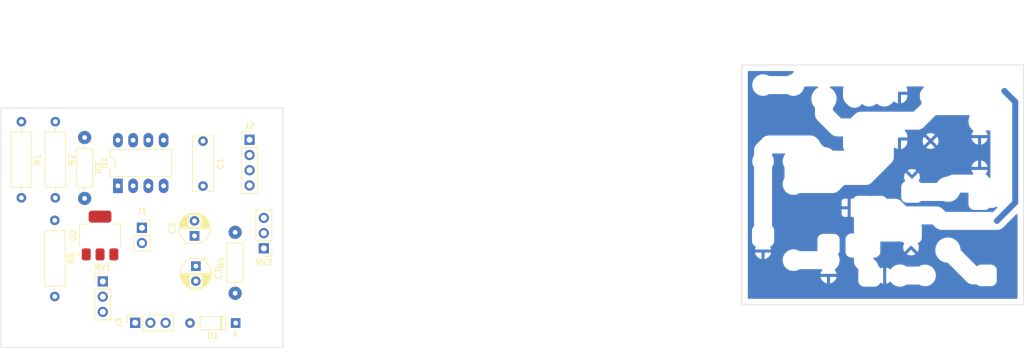
<source format=kicad_pcb>
(kicad_pcb (version 20240108) (generator "pcbnew") (generator_version "8.0")
  (layers (0 "F.Cu" signal) (31 "B.Cu" signal) (34 "B.Paste" user) (35 "F.Paste" user) (36 "B.SilkS" user "B.Silkscreen") (37 "F.SilkS" user "F.Silkscreen") (38 "B.Mask" user) (39 "F.Mask" user) (44 "Edge.Cuts" user))
  (net 0 "")
  (net 1 "Net-(C1-Pad1)")
  (net 2 "Net-(U2-VO)")
  (net 3 "Net-(C3-Pad1)")
  (net 4 "Net-(D1-A)")
  (net 5 "Net-(D1-K)")
  (net 6 "Net-(U1A--)")
  (net 7 "Net-(U1C-V+)")
  (net 8 "Net-(J2-Pad3)")
  (net 9 "Net-(U1A-+)")
  (net 10 "GND")
  (net 11 "Net-(R5-Pad2)")
  (net 12 "Net-(U1B--)")
  (footprint "Connector_PinHeader_2.54mm:PinHeader_1x03_P2.54mm_Vertical" (layer "F.Cu") (at 121.19 75.81)
    (property "Reference" "RV1" (at 0 -2.33 0) (layer "F.SilkS"))
    (property "Value" "100R")
    (fp_line (start -1.33 -1.33) (end 0 -1.33) (stroke (width 0.12)) (layer "F.SilkS"))
    (fp_line (start -1.33 0) (end -1.33 -1.33) (stroke (width 0.12)) (layer "F.SilkS"))
    (fp_line (start -1.33 1.27) (end -1.33 6.41) (stroke (width 0.12)) (layer "F.SilkS"))
    (fp_line (start -1.33 1.27) (end 1.33 1.27) (stroke (width 0.12)) (layer "F.SilkS"))
    (fp_line (start -1.33 6.41) (end 1.33 6.41) (stroke (width 0.12)) (layer "F.SilkS"))
    (fp_line (start 1.33 1.27) (end 1.33 6.41) (stroke (width 0.12)) (layer "F.SilkS"))
    (pad "1" thru_hole rect (at 0 0) (size 1.7 1.7) (drill 1) (layers "*.Cu" "*.Mask") (net 11 "Net-(R5-Pad2)"))
    (pad "2" thru_hole oval (at 0 2.54) (size 1.7 1.7) (drill 1) (layers "*.Cu" "*.Mask") (net 11 "Net-(R5-Pad2)"))
    (pad "3" thru_hole oval (at 0 5.08) (size 1.7 1.7) (drill 1) (layers "*.Cu" "*.Mask") (net 10 "GND"))
  )
  (footprint "Connector_PinSocket_2.54mm:PinSocket_1x02_P2.54mm_Vertical" (layer "F.Cu") (at 127.72 66.86)
    (property "Reference" "J1" (at 0 -2.77 0) (layer "F.SilkS"))
    (property "Value" "PT100 Class A")
    (fp_line (start -1.33 1.27) (end -1.33 3.87) (stroke (width 0.12)) (layer "F.SilkS"))
    (fp_line (start -1.33 1.27) (end 1.33 1.27) (stroke (width 0.12)) (layer "F.SilkS"))
    (fp_line (start -1.33 3.87) (end 1.33 3.87) (stroke (width 0.12)) (layer "F.SilkS"))
    (fp_line (start 0 -1.33) (end 1.33 -1.33) (stroke (width 0.12)) (layer "F.SilkS"))
    (fp_line (start 1.33 -1.33) (end 1.33 0) (stroke (width 0.12)) (layer "F.SilkS"))
    (fp_line (start 1.33 1.27) (end 1.33 3.87) (stroke (width 0.12)) (layer "F.SilkS"))
    (pad "1" thru_hole rect (at 0 0) (size 1.7 1.7) (drill 1) (layers "*.Cu" "*.Mask") (net 6 "Net-(U1A--)"))
    (pad "2" thru_hole oval (at 0 2.54) (size 1.7 1.7) (drill 1) (layers "*.Cu" "*.Mask") (net 10 "GND"))
  )
  (footprint "Diode_THT:D_DO-35_SOD27_P7.62mm_Horizontal" (layer "F.Cu") (at 143.36 82.75 180)
    (property "Reference" "D1" (at 3.81 -2.12 180) (layer "F.SilkS"))
    (property "Value" "1N60")
    (fp_line (start 6.58 0) (end 5.93 0) (stroke (width 0.12)) (layer "F.SilkS"))
    (fp_line (start 5.93 1.12) (end 5.93 -1.12) (stroke (width 0.12)) (layer "F.SilkS"))
    (fp_line (start 5.93 -1.12) (end 1.69 -1.12) (stroke (width 0.12)) (layer "F.SilkS"))
    (fp_line (start 2.53 -1.12) (end 2.53 1.12) (stroke (width 0.12)) (layer "F.SilkS"))
    (fp_line (start 2.41 -1.12) (end 2.41 1.12) (stroke (width 0.12)) (layer "F.SilkS"))
    (fp_line (start 2.29 -1.12) (end 2.29 1.12) (stroke (width 0.12)) (layer "F.SilkS"))
    (fp_line (start 1.69 1.12) (end 5.93 1.12) (stroke (width 0.12)) (layer "F.SilkS"))
    (fp_line (start 1.69 -1.12) (end 1.69 1.12) (stroke (width 0.12)) (layer "F.SilkS"))
    (fp_line (start 1.04 0) (end 1.69 0) (stroke (width 0.12)) (layer "F.SilkS"))
    (fp_text user "K" (at 0 -1.8 180) (layer "F.SilkS"))
    (pad "1" thru_hole rect (at 0 0 180) (size 1.6 1.6) (drill 0.8) (layers "*.Cu" "*.Mask") (net 5 "Net-(D1-K)"))
    (pad "2" thru_hole oval (at 7.62 0 180) (size 1.6 1.6) (drill 0.8) (layers "*.Cu" "*.Mask") (net 4 "Net-(D1-A)"))
  )
  (footprint "Capacitor_THT:C_Rect_L9.0mm_W3.3mm_P7.50mm_MKT" (layer "F.Cu") (at 137.91 52.4 -90)
    (property "Reference" "C1" (at 3.75 -2.9 90) (layer "F.SilkS"))
    (property "Value" "220nF")
    (fp_line (start -0.87 1.77) (end 8.37 1.77) (stroke (width 0.12)) (layer "F.SilkS"))
    (fp_line (start -0.87 0.665) (end -0.87 1.77) (stroke (width 0.12)) (layer "F.SilkS"))
    (fp_line (start 8.37 0.665) (end 8.37 1.77) (stroke (width 0.12)) (layer "F.SilkS"))
    (fp_line (start -0.87 -1.77) (end -0.87 -0.665) (stroke (width 0.12)) (layer "F.SilkS"))
    (fp_line (start -0.87 -1.77) (end 8.37 -1.77) (stroke (width 0.12)) (layer "F.SilkS"))
    (fp_line (start 8.37 -1.77) (end 8.37 -0.665) (stroke (width 0.12)) (layer "F.SilkS"))
    (pad "1" thru_hole circle (at 0 0 270) (size 1.6 1.6) (drill 0.8) (layers "*.Cu" "*.Mask") (net 1 "Net-(C1-Pad1)"))
    (pad "2" thru_hole circle (at 7.5 0 270) (size 1.6 1.6) (drill 0.8) (layers "*.Cu" "*.Mask") (net 10 "GND"))
  )
  (footprint "Project_Fania_Ersa:R_Axial_DIN0207_L6.3mm_D2.5mm_P10.16mm_HorBigPad" (layer "F.Cu") (at 143.27 77.78 90)
    (property "Reference" "R4" (at 5.08 -2.37 270) (layer "F.SilkS"))
    (property "Value" "4K7 1/4W 1%")
    (fp_line (start 8.35 -1.37) (end 1.81 -1.37) (stroke (width 0.12)) (layer "F.SilkS"))
    (fp_line (start 1.81 -1.37) (end 1.81 1.37) (stroke (width 0.12)) (layer "F.SilkS"))
    (fp_line (start 9.12 0) (end 8.35 0) (stroke (width 0.12)) (layer "F.SilkS"))
    (fp_line (start 1.04 0) (end 1.81 0) (stroke (width 0.12)) (layer "F.SilkS"))
    (fp_line (start 8.35 1.37) (end 8.35 -1.37) (stroke (width 0.12)) (layer "F.SilkS"))
    (fp_line (start 1.81 1.37) (end 8.35 1.37) (stroke (width 0.12)) (layer "F.SilkS"))
    (pad "1" thru_hole circle (at 0 0 90) (size 2.2 2.2) (drill 0.8) (layers "*.Cu" "*.Mask") (net 5 "Net-(D1-K)"))
    (pad "2" thru_hole oval (at 10.16 0 90) (size 2.2 2.2) (drill 0.8) (layers "*.Cu" "*.Mask") (net 3 "Net-(C3-Pad1)"))
  )
  (footprint "Resistor_THT:R_Axial_DIN0309_L9.0mm_D3.2mm_P12.70mm_Horizontal" (layer "F.Cu") (at 107.61 49.16 -90)
    (property "Reference" "R1" (at 6.35 -2.72 90) (layer "F.SilkS"))
    (property "Value" "120R 1W 1%")
    (fp_line (start 1.73 1.72) (end 10.97 1.72) (stroke (width 0.12)) (layer "F.SilkS"))
    (fp_line (start 10.97 1.72) (end 10.97 -1.72) (stroke (width 0.12)) (layer "F.SilkS"))
    (fp_line (start 1.04 0) (end 1.73 0) (stroke (width 0.12)) (layer "F.SilkS"))
    (fp_line (start 11.66 0) (end 10.97 0) (stroke (width 0.12)) (layer "F.SilkS"))
    (fp_line (start 1.73 -1.72) (end 1.73 1.72) (stroke (width 0.12)) (layer "F.SilkS"))
    (fp_line (start 10.97 -1.72) (end 1.73 -1.72) (stroke (width 0.12)) (layer "F.SilkS"))
    (pad "1" thru_hole circle (at 0 0 270) (size 1.6 1.6) (drill 0.8) (layers "*.Cu" "*.Mask") (net 7 "Net-(U1C-V+)"))
    (pad "2" thru_hole oval (at 12.7 0 270) (size 1.6 1.6) (drill 0.8) (layers "*.Cu" "*.Mask") (net 6 "Net-(U1A--)"))
  )
  (footprint "Capacitor_THT:CP_Radial_D5.0mm_P2.50mm" (layer "F.Cu") (at 136.71 73.26 -90)
    (property "Reference" "C2" (at 1.25 -3.75 90) (layer "F.SilkS"))
    (property "Value" "100uF 16 V")
    (fp_line (start 1.49 1.04) (end 1.49 2.569) (stroke (width 0.12)) (layer "F.SilkS"))
    (fp_line (start 1.53 1.04) (end 1.53 2.565) (stroke (width 0.12)) (layer "F.SilkS"))
    (fp_line (start 1.57 1.04) (end 1.57 2.561) (stroke (width 0.12)) (layer "F.SilkS"))
    (fp_line (start 1.61 1.04) (end 1.61 2.556) (stroke (width 0.12)) (layer "F.SilkS"))
    (fp_line (start 1.65 1.04) (end 1.65 2.55) (stroke (width 0.12)) (layer "F.SilkS"))
    (fp_line (start 1.69 1.04) (end 1.69 2.543) (stroke (width 0.12)) (layer "F.SilkS"))
    (fp_line (start 1.73 1.04) (end 1.73 2.536) (stroke (width 0.12)) (layer "F.SilkS"))
    (fp_line (start 1.77 1.04) (end 1.77 2.528) (stroke (width 0.12)) (layer "F.SilkS"))
    (fp_line (start 1.81 1.04) (end 1.81 2.52) (stroke (width 0.12)) (layer "F.SilkS"))
    (fp_line (start 1.85 1.04) (end 1.85 2.511) (stroke (width 0.12)) (layer "F.SilkS"))
    (fp_line (start 1.89 1.04) (end 1.89 2.501) (stroke (width 0.12)) (layer "F.SilkS"))
    (fp_line (start 1.93 1.04) (end 1.93 2.491) (stroke (width 0.12)) (layer "F.SilkS"))
    (fp_line (start 1.971 1.04) (end 1.971 2.48) (stroke (width 0.12)) (layer "F.SilkS"))
    (fp_line (start 2.011 1.04) (end 2.011 2.468) (stroke (width 0.12)) (layer "F.SilkS"))
    (fp_line (start 2.051 1.04) (end 2.051 2.455) (stroke (width 0.12)) (layer "F.SilkS"))
    (fp_line (start 2.091 1.04) (end 2.091 2.442) (stroke (width 0.12)) (layer "F.SilkS"))
    (fp_line (start 2.131 1.04) (end 2.131 2.428) (stroke (width 0.12)) (layer "F.SilkS"))
    (fp_line (start 2.171 1.04) (end 2.171 2.414) (stroke (width 0.12)) (layer "F.SilkS"))
    (fp_line (start 2.211 1.04) (end 2.211 2.398) (stroke (width 0.12)) (layer "F.SilkS"))
    (fp_line (start 2.251 1.04) (end 2.251 2.382) (stroke (width 0.12)) (layer "F.SilkS"))
    (fp_line (start 2.291 1.04) (end 2.291 2.365) (stroke (width 0.12)) (layer "F.SilkS"))
    (fp_line (start 2.331 1.04) (end 2.331 2.348) (stroke (width 0.12)) (layer "F.SilkS"))
    (fp_line (start 2.371 1.04) (end 2.371 2.329) (stroke (width 0.12)) (layer "F.SilkS"))
    (fp_line (start 2.411 1.04) (end 2.411 2.31) (stroke (width 0.12)) (layer "F.SilkS"))
    (fp_line (start 2.451 1.04) (end 2.451 2.29) (stroke (width 0.12)) (layer "F.SilkS"))
    (fp_line (start 2.491 1.04) (end 2.491 2.268) (stroke (width 0.12)) (layer "F.SilkS"))
    (fp_line (start 2.531 1.04) (end 2.531 2.247) (stroke (width 0.12)) (layer "F.SilkS"))
    (fp_line (start 2.571 1.04) (end 2.571 2.224) (stroke (width 0.12)) (layer "F.SilkS"))
    (fp_line (start 2.611 1.04) (end 2.611 2.2) (stroke (width 0.12)) (layer "F.SilkS"))
    (fp_line (start 2.651 1.04) (end 2.651 2.175) (stroke (width 0.12)) (layer "F.SilkS"))
    (fp_line (start 2.691 1.04) (end 2.691 2.149) (stroke (width 0.12)) (layer "F.SilkS"))
    (fp_line (start 2.731 1.04) (end 2.731 2.122) (stroke (width 0.12)) (layer "F.SilkS"))
    (fp_line (start 2.771 1.04) (end 2.771 2.095) (stroke (width 0.12)) (layer "F.SilkS"))
    (fp_line (start 2.811 1.04) (end 2.811 2.065) (stroke (width 0.12)) (layer "F.SilkS"))
    (fp_line (start 2.851 1.04) (end 2.851 2.035) (stroke (width 0.12)) (layer "F.SilkS"))
    (fp_line (start 2.891 1.04) (end 2.891 2.004) (stroke (width 0.12)) (layer "F.SilkS"))
    (fp_line (start 2.931 1.04) (end 2.931 1.971) (stroke (width 0.12)) (layer "F.SilkS"))
    (fp_line (start 2.971 1.04) (end 2.971 1.937) (stroke (width 0.12)) (layer "F.SilkS"))
    (fp_line (start 3.011 1.04) (end 3.011 1.901) (stroke (width 0.12)) (layer "F.SilkS"))
    (fp_line (start 3.051 1.04) (end 3.051 1.864) (stroke (width 0.12)) (layer "F.SilkS"))
    (fp_line (start 3.091 1.04) (end 3.091 1.826) (stroke (width 0.12)) (layer "F.SilkS"))
    (fp_line (start 3.131 1.04) (end 3.131 1.785) (stroke (width 0.12)) (layer "F.SilkS"))
    (fp_line (start 3.171 1.04) (end 3.171 1.743) (stroke (width 0.12)) (layer "F.SilkS"))
    (fp_line (start 3.211 1.04) (end 3.211 1.699) (stroke (width 0.12)) (layer "F.SilkS"))
    (fp_line (start 3.251 1.04) (end 3.251 1.653) (stroke (width 0.12)) (layer "F.SilkS"))
    (fp_line (start 3.291 1.04) (end 3.291 1.605) (stroke (width 0.12)) (layer "F.SilkS"))
    (fp_line (start 3.331 1.04) (end 3.331 1.554) (stroke (width 0.12)) (layer "F.SilkS"))
    (fp_line (start 3.371 1.04) (end 3.371 1.5) (stroke (width 0.12)) (layer "F.SilkS"))
    (fp_line (start 3.411 1.04) (end 3.411 1.443) (stroke (width 0.12)) (layer "F.SilkS"))
    (fp_line (start 3.451 1.04) (end 3.451 1.383) (stroke (width 0.12)) (layer "F.SilkS"))
    (fp_line (start 3.491 1.04) (end 3.491 1.319) (stroke (width 0.12)) (layer "F.SilkS"))
    (fp_line (start 3.531 1.04) (end 3.531 1.251) (stroke (width 0.12)) (layer "F.SilkS"))
    (fp_line (start 3.851 -0.284) (end 3.851 0.284) (stroke (width 0.12)) (layer "F.SilkS"))
    (fp_line (start 3.811 -0.518) (end 3.811 0.518) (stroke (width 0.12)) (layer "F.SilkS"))
    (fp_line (start 3.771 -0.677) (end 3.771 0.677) (stroke (width 0.12)) (layer "F.SilkS"))
    (fp_line (start 3.731 -0.805) (end 3.731 0.805) (stroke (width 0.12)) (layer "F.SilkS"))
    (fp_line (start 3.691 -0.915) (end 3.691 0.915) (stroke (width 0.12)) (layer "F.SilkS"))
    (fp_line (start 3.651 -1.011) (end 3.651 1.011) (stroke (width 0.12)) (layer "F.SilkS"))
    (fp_line (start 3.611 -1.098) (end 3.611 1.098) (stroke (width 0.12)) (layer "F.SilkS"))
    (fp_line (start 3.571 -1.178) (end 3.571 1.178) (stroke (width 0.12)) (layer "F.SilkS"))
    (fp_line (start 3.531 -1.251) (end 3.531 -1.04) (stroke (width 0.12)) (layer "F.SilkS"))
    (fp_line (start 3.491 -1.319) (end 3.491 -1.04) (stroke (width 0.12)) (layer "F.SilkS"))
    (fp_line (start 3.451 -1.383) (end 3.451 -1.04) (stroke (width 0.12)) (layer "F.SilkS"))
    (fp_line (start 3.411 -1.443) (end 3.411 -1.04) (stroke (width 0.12)) (layer "F.SilkS"))
    (fp_line (start -1.554775 -1.475) (end -1.054775 -1.475) (stroke (width 0.12)) (layer "F.SilkS"))
    (fp_line (start 3.371 -1.5) (end 3.371 -1.04) (stroke (width 0.12)) (layer "F.SilkS"))
    (fp_line (start 3.331 -1.554) (end 3.331 -1.04) (stroke (width 0.12)) (layer "F.SilkS"))
    (fp_line (start 3.291 -1.605) (end 3.291 -1.04) (stroke (width 0.12)) (layer "F.SilkS"))
    (fp_line (start 3.251 -1.653) (end 3.251 -1.04) (stroke (width 0.12)) (layer "F.SilkS"))
    (fp_line (start 3.211 -1.699) (end 3.211 -1.04) (stroke (width 0.12)) (layer "F.SilkS"))
    (fp_line (start -1.304775 -1.725) (end -1.304775 -1.225) (stroke (width 0.12)) (layer "F.SilkS"))
    (fp_line (start 3.171 -1.743) (end 3.171 -1.04) (stroke (width 0.12)) (layer "F.SilkS"))
    (fp_line (start 3.131 -1.785) (end 3.131 -1.04) (stroke (width 0.12)) (layer "F.SilkS"))
    (fp_line (start 3.091 -1.826) (end 3.091 -1.04) (stroke (width 0.12)) (layer "F.SilkS"))
    (fp_line (start 3.051 -1.864) (end 3.051 -1.04) (stroke (width 0.12)) (layer "F.SilkS"))
    (fp_line (start 3.011 -1.901) (end 3.011 -1.04) (stroke (width 0.12)) (layer "F.SilkS"))
    (fp_line (start 2.971 -1.937) (end 2.971 -1.04) (stroke (width 0.12)) (layer "F.SilkS"))
    (fp_line (start 2.931 -1.971) (end 2.931 -1.04) (stroke (width 0.12)) (layer "F.SilkS"))
    (fp_line (start 2.891 -2.004) (end 2.891 -1.04) (stroke (width 0.12)) (layer "F.SilkS"))
    (fp_line (start 2.851 -2.035) (end 2.851 -1.04) (stroke (width 0.12)) (layer "F.SilkS"))
    (fp_line (start 2.811 -2.065) (end 2.811 -1.04) (stroke (width 0.12)) (layer "F.SilkS"))
    (fp_line (start 2.771 -2.095) (end 2.771 -1.04) (stroke (width 0.12)) (layer "F.SilkS"))
    (fp_line (start 2.731 -2.122) (end 2.731 -1.04) (stroke (width 0.12)) (layer "F.SilkS"))
    (fp_line (start 2.691 -2.149) (end 2.691 -1.04) (stroke (width 0.12)) (layer "F.SilkS"))
    (fp_line (start 2.651 -2.175) (end 2.651 -1.04) (stroke (width 0.12)) (layer "F.SilkS"))
    (fp_line (start 2.611 -2.2) (end 2.611 -1.04) (stroke (width 0.12)) (layer "F.SilkS"))
    (fp_line (start 2.571 -2.224) (end 2.571 -1.04) (stroke (width 0.12)) (layer "F.SilkS"))
    (fp_line (start 2.531 -2.247) (end 2.531 -1.04) (stroke (width 0.12)) (layer "F.SilkS"))
    (fp_line (start 2.491 -2.268) (end 2.491 -1.04) (stroke (width 0.12)) (layer "F.SilkS"))
    (fp_line (start 2.451 -2.29) (end 2.451 -1.04) (stroke (width 0.12)) (layer "F.SilkS"))
    (fp_line (start 2.411 -2.31) (end 2.411 -1.04) (stroke (width 0.12)) (layer "F.SilkS"))
    (fp_line (start 2.371 -2.329) (end 2.371 -1.04) (stroke (width 0.12)) (layer "F.SilkS"))
    (fp_line (start 2.331 -2.348) (end 2.331 -1.04) (stroke (width 0.12)) (layer "F.SilkS"))
    (fp_line (start 2.291 -2.365) (end 2.291 -1.04) (stroke (width 0.12)) (layer "F.SilkS"))
    (fp_line (start 2.251 -2.382) (end 2.251 -1.04) (stroke (width 0.12)) (layer "F.SilkS"))
    (fp_line (start 2.211 -2.398) (end 2.211 -1.04) (stroke (width 0.12)) (layer "F.SilkS"))
    (fp_line (start 2.171 -2.414) (end 2.171 -1.04) (stroke (width 0.12)) (layer "F.SilkS"))
    (fp_line (start 2.131 -2.428) (end 2.131 -1.04) (stroke (width 0.12)) (layer "F.SilkS"))
    (fp_line (start 2.091 -2.442) (end 2.091 -1.04) (stroke (width 0.12)) (layer "F.SilkS"))
    (fp_line (start 2.051 -2.455) (end 2.051 -1.04) (stroke (width 0.12)) (layer "F.SilkS"))
    (fp_line (start 2.011 -2.468) (end 2.011 -1.04) (stroke (width 0.12)) (layer "F.SilkS"))
    (fp_line (start 1.971 -2.48) (end 1.971 -1.04) (stroke (width 0.12)) (layer "F.SilkS"))
    (fp_line (start 1.93 -2.491) (end 1.93 -1.04) (stroke (width 0.12)) (layer "F.SilkS"))
    (fp_line (start 1.89 -2.501) (end 1.89 -1.04) (stroke (width 0.12)) (layer "F.SilkS"))
    (fp_line (start 1.85 -2.511) (end 1.85 -1.04) (stroke (width 0.12)) (layer "F.SilkS"))
    (fp_line (start 1.81 -2.52) (end 1.81 -1.04) (stroke (width 0.12)) (layer "F.SilkS"))
    (fp_line (start 1.77 -2.528) (end 1.77 -1.04) (stroke (width 0.12)) (layer "F.SilkS"))
    (fp_line (start 1.73 -2.536) (end 1.73 -1.04) (stroke (width 0.12)) (layer "F.SilkS"))
    (fp_line (start 1.69 -2.543) (end 1.69 -1.04) (stroke (width 0.12)) (layer "F.SilkS"))
    (fp_line (start 1.65 -2.55) (end 1.65 -1.04) (stroke (width 0.12)) (layer "F.SilkS"))
    (fp_line (start 1.61 -2.556) (end 1.61 -1.04) (stroke (width 0.12)) (layer "F.SilkS"))
    (fp_line (start 1.57 -2.561) (end 1.57 -1.04) (stroke (width 0.12)) (layer "F.SilkS"))
    (fp_line (start 1.53 -2.565) (end 1.53 -1.04) (stroke (width 0.12)) (layer "F.SilkS"))
    (fp_line (start 1.49 -2.569) (end 1.49 -1.04) (stroke (width 0.12)) (layer "F.SilkS"))
    (fp_line (start 1.45 -2.573) (end 1.45 2.573) (stroke (width 0.12)) (layer "F.SilkS"))
    (fp_line (start 1.41 -2.576) (end 1.41 2.576) (stroke (width 0.12)) (layer "F.SilkS"))
    (fp_line (start 1.37 -2.578) (end 1.37 2.578) (stroke (width 0.12)) (layer "F.SilkS"))
    (fp_line (start 1.33 -2.579) (end 1.33 2.579) (stroke (width 0.12)) (layer "F.SilkS"))
    (fp_line (start 1.25 -2.58) (end 1.25 2.58) (stroke (width 0.12)) (layer "F.SilkS"))
    (fp_line (start 1.29 -2.58) (end 1.29 2.58) (stroke (width 0.12)) (layer "F.SilkS"))
    (fp_circle (center 1.25 0) (end 3.87 0) (stroke (width 0.12)) (fill none) (layer "F.SilkS"))
    (pad "1" thru_hole rect (at 0 0 270) (size 1.6 1.6) (drill 0.8) (layers "*.Cu" "*.Mask") (net 2 "Net-(U2-VO)"))
    (pad "2" thru_hole circle (at 2.5 0 270) (size 1.6 1.6) (drill 0.8) (layers "*.Cu" "*.Mask") (net 10 "GND"))
  )
  (footprint "Connector_PinHeader_2.54mm:PinHeader_1x03_P2.54mm_Vertical" (layer "F.Cu") (at 148.05 70.29 180)
    (property "Reference" "RV2" (at 0 -2.33 180) (layer "F.SilkS"))
    (property "Value" "50K")
    (fp_line (start 1.33 1.27) (end 1.33 6.41) (stroke (width 0.12)) (layer "F.SilkS"))
    (fp_line (start -1.33 6.41) (end 1.33 6.41) (stroke (width 0.12)) (layer "F.SilkS"))
    (fp_line (start -1.33 1.27) (end 1.33 1.27) (stroke (width 0.12)) (layer "F.SilkS"))
    (fp_line (start -1.33 1.27) (end -1.33 6.41) (stroke (width 0.12)) (layer "F.SilkS"))
    (fp_line (start -1.33 0) (end -1.33 -1.33) (stroke (width 0.12)) (layer "F.SilkS"))
    (fp_line (start -1.33 -1.33) (end 0 -1.33) (stroke (width 0.12)) (layer "F.SilkS"))
    (pad "1" thru_hole rect (at 0 0 180) (size 1.7 1.7) (drill 1) (layers "*.Cu" "*.Mask") (net 8 "Net-(J2-Pad3)"))
    (pad "2" thru_hole oval (at 0 2.54 180) (size 1.7 1.7) (drill 1) (layers "*.Cu" "*.Mask") (net 3 "Net-(C3-Pad1)"))
    (pad "3" thru_hole oval (at 0 5.08 180) (size 1.7 1.7) (drill 1) (layers "*.Cu" "*.Mask") (net 10 "GND"))
  )
  (footprint "Resistor_THT:R_Axial_DIN0309_L9.0mm_D3.2mm_P12.70mm_Horizontal" (layer "F.Cu") (at 113.27 49.16 -90)
    (property "Reference" "R2" (at 6.35 -2.72 90) (layer "F.SilkS"))
    (property "Value" "120R 1W 1%")
    (fp_line (start 1.73 1.72) (end 10.97 1.72) (stroke (width 0.12)) (layer "F.SilkS"))
    (fp_line (start 10.97 1.72) (end 10.97 -1.72) (stroke (width 0.12)) (layer "F.SilkS"))
    (fp_line (start 1.04 0) (end 1.73 0) (stroke (width 0.12)) (layer "F.SilkS"))
    (fp_line (start 11.66 0) (end 10.97 0) (stroke (width 0.12)) (layer "F.SilkS"))
    (fp_line (start 1.73 -1.72) (end 1.73 1.72) (stroke (width 0.12)) (layer "F.SilkS"))
    (fp_line (start 10.97 -1.72) (end 1.73 -1.72) (stroke (width 0.12)) (layer "F.SilkS"))
    (pad "1" thru_hole circle (at 0 0 270) (size 1.6 1.6) (drill 0.8) (layers "*.Cu" "*.Mask") (net 7 "Net-(U1C-V+)"))
    (pad "2" thru_hole oval (at 12.7 0 270) (size 1.6 1.6) (drill 0.8) (layers "*.Cu" "*.Mask") (net 9 "Net-(U1A-+)"))
  )
  (footprint "Resistor_THT:R_Axial_DIN0309_L9.0mm_D3.2mm_P12.70mm_Horizontal" (layer "F.Cu") (at 113.18 65.62 -90)
    (property "Reference" "R5" (at 6.35 -2.72 90) (layer "F.SilkS"))
    (property "Value" "47R 1W 1%")
    (fp_line (start 1.73 1.72) (end 10.97 1.72) (stroke (width 0.12)) (layer "F.SilkS"))
    (fp_line (start 10.97 1.72) (end 10.97 -1.72) (stroke (width 0.12)) (layer "F.SilkS"))
    (fp_line (start 1.04 0) (end 1.73 0) (stroke (width 0.12)) (layer "F.SilkS"))
    (fp_line (start 11.66 0) (end 10.97 0) (stroke (width 0.12)) (layer "F.SilkS"))
    (fp_line (start 1.73 -1.72) (end 1.73 1.72) (stroke (width 0.12)) (layer "F.SilkS"))
    (fp_line (start 10.97 -1.72) (end 1.73 -1.72) (stroke (width 0.12)) (layer "F.SilkS"))
    (pad "1" thru_hole circle (at 0 0 270) (size 1.6 1.6) (drill 0.8) (layers "*.Cu" "*.Mask") (net 9 "Net-(U1A-+)"))
    (pad "2" thru_hole oval (at 12.7 0 270) (size 1.6 1.6) (drill 0.8) (layers "*.Cu" "*.Mask") (net 11 "Net-(R5-Pad2)"))
  )
  (footprint "Connector_PinHeader_2.54mm:PinHeader_1x04_P2.54mm_Vertical" (layer "F.Cu") (at 145.67 52.18)
    (property "Reference" "J2" (at 0 -2.33 0) (layer "F.SilkS"))
    (property "Value" "OUT")
    (fp_line (start -1.33 -1.33) (end 0 -1.33) (stroke (width 0.12)) (layer "F.SilkS"))
    (fp_line (start -1.33 0) (end -1.33 -1.33) (stroke (width 0.12)) (layer "F.SilkS"))
    (fp_line (start -1.33 1.27) (end -1.33 8.95) (stroke (width 0.12)) (layer "F.SilkS"))
    (fp_line (start -1.33 1.27) (end 1.33 1.27) (stroke (width 0.12)) (layer "F.SilkS"))
    (fp_line (start -1.33 8.95) (end 1.33 8.95) (stroke (width 0.12)) (layer "F.SilkS"))
    (fp_line (start 1.33 1.27) (end 1.33 8.95) (stroke (width 0.12)) (layer "F.SilkS"))
    (pad "1" thru_hole rect (at 0 0) (size 1.7 1.7) (drill 1) (layers "*.Cu" "*.Mask") (net 7 "Net-(U1C-V+)"))
    (pad "2" thru_hole oval (at 0 2.54) (size 1.7 1.7) (drill 1) (layers "*.Cu" "*.Mask") (net 1 "Net-(C1-Pad1)"))
    (pad "3" thru_hole oval (at 0 5.08) (size 1.7 1.7) (drill 1) (layers "*.Cu" "*.Mask") (net 8 "Net-(J2-Pad3)"))
    (pad "4" thru_hole oval (at 0 7.62) (size 1.7 1.7) (drill 1) (layers "*.Cu" "*.Mask") (net 10 "GND"))
  )
  (footprint "Connector_PinSocket_2.54mm:PinSocket_1x03_P2.54mm_Vertical" (layer "F.Cu") (at 126.59 82.71 90)
    (property "Reference" "J3" (at 0 -2.77 270) (layer "F.SilkS"))
    (property "Value" "MAX 4466")
    (fp_line (start 1.33 -1.33) (end 1.33 0) (stroke (width 0.12)) (layer "F.SilkS"))
    (fp_line (start 0 -1.33) (end 1.33 -1.33) (stroke (width 0.12)) (layer "F.SilkS"))
    (fp_line (start 1.33 1.27) (end 1.33 6.41) (stroke (width 0.12)) (layer "F.SilkS"))
    (fp_line (start -1.33 1.27) (end 1.33 1.27) (stroke (width 0.12)) (layer "F.SilkS"))
    (fp_line (start -1.33 1.27) (end -1.33 6.41) (stroke (width 0.12)) (layer "F.SilkS"))
    (fp_line (start -1.33 6.41) (end 1.33 6.41) (stroke (width 0.12)) (layer "F.SilkS"))
    (pad "1" thru_hole rect (at 0 0 90) (size 1.7 1.7) (drill 1) (layers "*.Cu" "*.Mask") (net 2 "Net-(U2-VO)"))
    (pad "2" thru_hole oval (at 0 2.54 90) (size 1.7 1.7) (drill 1) (layers "*.Cu" "*.Mask") (net 10 "GND"))
    (pad "3" thru_hole oval (at 0 5.08 90) (size 1.7 1.7) (drill 1) (layers "*.Cu" "*.Mask") (net 4 "Net-(D1-A)"))
  )
  (footprint "Package_TO_SOT_SMD:SOT-223-3_TabPin2" (layer "F.Cu") (at 120.73 68.15 90)
    (property "Reference" "U2" (at 0 -4.5 270) (layer "F.SilkS"))
    (property "Value" "AMS1117-3.3")
    (fp_line (start 1.91 -3.41) (end 1.91 -2.15) (stroke (width 0.12)) (layer "F.SilkS"))
    (fp_line (start -1.85 -3.41) (end 1.91 -3.41) (stroke (width 0.12)) (layer "F.SilkS"))
    (fp_line (start 1.91 3.41) (end 1.91 2.15) (stroke (width 0.12)) (layer "F.SilkS"))
    (fp_line (start -1.85 3.41) (end 1.91 3.41) (stroke (width 0.12)) (layer "F.SilkS"))
    (fp_poly (pts (xy -3.13 -3.31) (xy -3.37 -3.64) (xy -2.89 -3.64) (xy -3.13 -3.31)) (stroke (width 0.12)) (fill solid) (layer "F.SilkS"))
    (pad "1" smd roundrect (at -3.15 -2.3 90) (size 2 1.5) (layers "F.Cu" "F.Paste" "F.Mask") (net 10 "GND"))
    (pad "2" smd roundrect (at -3.15 0 90) (size 2 1.5) (layers "F.Cu" "F.Paste" "F.Mask") (net 2 "Net-(U2-VO)"))
    (pad "2" smd roundrect (at 3.15 0 90) (size 2 3.8) (layers "F.Cu" "F.Paste" "F.Mask") (net 2 "Net-(U2-VO)"))
    (pad "3" smd roundrect (at -3.15 2.3 90) (size 2 1.5) (layers "F.Cu" "F.Paste" "F.Mask") (net 7 "Net-(U1C-V+)"))
  )
  (footprint "Package_DIP:DIP-8_W7.62mm_LongPads" (layer "F.Cu") (at 123.71 59.87 90)
    (property "Reference" "U1" (at 3.81 -2.33 270) (layer "F.SilkS"))
    (property "Value" "TL072")
    (fp_line (start 6.06 -1.33) (end 4.81 -1.33) (stroke (width 0.12)) (layer "F.SilkS"))
    (fp_line (start 2.81 -1.33) (end 1.56 -1.33) (stroke (width 0.12)) (layer "F.SilkS"))
    (fp_line (start 1.56 -1.33) (end 1.56 8.95) (stroke (width 0.12)) (layer "F.SilkS"))
    (fp_line (start 6.06 8.95) (end 6.06 -1.33) (stroke (width 0.12)) (layer "F.SilkS"))
    (fp_line (start 1.56 8.95) (end 6.06 8.95) (stroke (width 0.12)) (layer "F.SilkS"))
    (fp_arc (start 4.81 -1.33) (mid 3.81 -0.33) (end 2.81 -1.33) (stroke (width 0.12)) (layer "F.SilkS"))
    (pad "1" thru_hole rect (at 0 0 90) (size 2.4 1.6) (drill 0.8) (layers "*.Cu" "*.Mask") (net 1 "Net-(C1-Pad1)"))
    (pad "2" thru_hole oval (at 0 2.54 90) (size 2.4 1.6) (drill 0.8) (layers "*.Cu" "*.Mask") (net 6 "Net-(U1A--)"))
    (pad "3" thru_hole oval (at 0 5.08 90) (size 2.4 1.6) (drill 0.8) (layers "*.Cu" "*.Mask") (net 9 "Net-(U1A-+)"))
    (pad "4" thru_hole oval (at 0 7.62 90) (size 2.4 1.6) (drill 0.8) (layers "*.Cu" "*.Mask") (net 10 "GND"))
    (pad "5" thru_hole oval (at 7.62 7.62 90) (size 2.4 1.6) (drill 0.8) (layers "*.Cu" "*.Mask") (net 10 "GND"))
    (pad "6" thru_hole oval (at 7.62 5.08 90) (size 2.4 1.6) (drill 0.8) (layers "*.Cu" "*.Mask") (net 12 "Net-(U1B--)"))
    (pad "7" thru_hole oval (at 7.62 2.54 90) (size 2.4 1.6) (drill 0.8) (layers "*.Cu" "*.Mask") (net 12 "Net-(U1B--)"))
    (pad "8" thru_hole oval (at 7.62 0 90) (size 2.4 1.6) (drill 0.8) (layers "*.Cu" "*.Mask") (net 7 "Net-(U1C-V+)"))
  )
  (footprint "Capacitor_THT:CP_Radial_D5.0mm_P2.50mm" (layer "F.Cu") (at 136.49 68.21 90)
    (property "Reference" "C3" (at 1.25 -3.75 270) (layer "F.SilkS"))
    (property "Value" "47uF 16 V")
    (fp_line (start 1.29 -2.58) (end 1.29 2.58) (stroke (width 0.12)) (layer "F.SilkS"))
    (fp_line (start 1.25 -2.58) (end 1.25 2.58) (stroke (width 0.12)) (layer "F.SilkS"))
    (fp_line (start 1.33 -2.579) (end 1.33 2.579) (stroke (width 0.12)) (layer "F.SilkS"))
    (fp_line (start 1.37 -2.578) (end 1.37 2.578) (stroke (width 0.12)) (layer "F.SilkS"))
    (fp_line (start 1.41 -2.576) (end 1.41 2.576) (stroke (width 0.12)) (layer "F.SilkS"))
    (fp_line (start 1.45 -2.573) (end 1.45 2.573) (stroke (width 0.12)) (layer "F.SilkS"))
    (fp_line (start 1.49 -2.569) (end 1.49 -1.04) (stroke (width 0.12)) (layer "F.SilkS"))
    (fp_line (start 1.53 -2.565) (end 1.53 -1.04) (stroke (width 0.12)) (layer "F.SilkS"))
    (fp_line (start 1.57 -2.561) (end 1.57 -1.04) (stroke (width 0.12)) (layer "F.SilkS"))
    (fp_line (start 1.61 -2.556) (end 1.61 -1.04) (stroke (width 0.12)) (layer "F.SilkS"))
    (fp_line (start 1.65 -2.55) (end 1.65 -1.04) (stroke (width 0.12)) (layer "F.SilkS"))
    (fp_line (start 1.69 -2.543) (end 1.69 -1.04) (stroke (width 0.12)) (layer "F.SilkS"))
    (fp_line (start 1.73 -2.536) (end 1.73 -1.04) (stroke (width 0.12)) (layer "F.SilkS"))
    (fp_line (start 1.77 -2.528) (end 1.77 -1.04) (stroke (width 0.12)) (layer "F.SilkS"))
    (fp_line (start 1.81 -2.52) (end 1.81 -1.04) (stroke (width 0.12)) (layer "F.SilkS"))
    (fp_line (start 1.85 -2.511) (end 1.85 -1.04) (stroke (width 0.12)) (layer "F.SilkS"))
    (fp_line (start 1.89 -2.501) (end 1.89 -1.04) (stroke (width 0.12)) (layer "F.SilkS"))
    (fp_line (start 1.93 -2.491) (end 1.93 -1.04) (stroke (width 0.12)) (layer "F.SilkS"))
    (fp_line (start 1.971 -2.48) (end 1.971 -1.04) (stroke (width 0.12)) (layer "F.SilkS"))
    (fp_line (start 2.011 -2.468) (end 2.011 -1.04) (stroke (width 0.12)) (layer "F.SilkS"))
    (fp_line (start 2.051 -2.455) (end 2.051 -1.04) (stroke (width 0.12)) (layer "F.SilkS"))
    (fp_line (start 2.091 -2.442) (end 2.091 -1.04) (stroke (width 0.12)) (layer "F.SilkS"))
    (fp_line (start 2.131 -2.428) (end 2.131 -1.04) (stroke (width 0.12)) (layer "F.SilkS"))
    (fp_line (start 2.171 -2.414) (end 2.171 -1.04) (stroke (width 0.12)) (layer "F.SilkS"))
    (fp_line (start 2.211 -2.398) (end 2.211 -1.04) (stroke (width 0.12)) (layer "F.SilkS"))
    (fp_line (start 2.251 -2.382) (end 2.251 -1.04) (stroke (width 0.12)) (layer "F.SilkS"))
    (fp_line (start 2.291 -2.365) (end 2.291 -1.04) (stroke (width 0.12)) (layer "F.SilkS"))
    (fp_line (start 2.331 -2.348) (end 2.331 -1.04) (stroke (width 0.12)) (layer "F.SilkS"))
    (fp_line (start 2.371 -2.329) (end 2.371 -1.04) (stroke (width 0.12)) (layer "F.SilkS"))
    (fp_line (start 2.411 -2.31) (end 2.411 -1.04) (stroke (width 0.12)) (layer "F.SilkS"))
    (fp_line (start 2.451 -2.29) (end 2.451 -1.04) (stroke (width 0.12)) (layer "F.SilkS"))
    (fp_line (start 2.491 -2.268) (end 2.491 -1.04) (stroke (width 0.12)) (layer "F.SilkS"))
    (fp_line (start 2.531 -2.247) (end 2.531 -1.04) (stroke (width 0.12)) (layer "F.SilkS"))
    (fp_line (start 2.571 -2.224) (end 2.571 -1.04) (stroke (width 0.12)) (layer "F.SilkS"))
    (fp_line (start 2.611 -2.2) (end 2.611 -1.04) (stroke (width 0.12)) (layer "F.SilkS"))
    (fp_line (start 2.651 -2.175) (end 2.651 -1.04) (stroke (width 0.12)) (layer "F.SilkS"))
    (fp_line (start 2.691 -2.149) (end 2.691 -1.04) (stroke (width 0.12)) (layer "F.SilkS"))
    (fp_line (start 2.731 -2.122) (end 2.731 -1.04) (stroke (width 0.12)) (layer "F.SilkS"))
    (fp_line (start 2.771 -2.095) (end 2.771 -1.04) (stroke (width 0.12)) (layer "F.SilkS"))
    (fp_line (start 2.811 -2.065) (end 2.811 -1.04) (stroke (width 0.12)) (layer "F.SilkS"))
    (fp_line (start 2.851 -2.035) (end 2.851 -1.04) (stroke (width 0.12)) (layer "F.SilkS"))
    (fp_line (start 2.891 -2.004) (end 2.891 -1.04) (stroke (width 0.12)) (layer "F.SilkS"))
    (fp_line (start 2.931 -1.971) (end 2.931 -1.04) (stroke (width 0.12)) (layer "F.SilkS"))
    (fp_line (start 2.971 -1.937) (end 2.971 -1.04) (stroke (width 0.12)) (layer "F.SilkS"))
    (fp_line (start 3.011 -1.901) (end 3.011 -1.04) (stroke (width 0.12)) (layer "F.SilkS"))
    (fp_line (start 3.051 -1.864) (end 3.051 -1.04) (stroke (width 0.12)) (layer "F.SilkS"))
    (fp_line (start 3.091 -1.826) (end 3.091 -1.04) (stroke (width 0.12)) (layer "F.SilkS"))
    (fp_line (start 3.131 -1.785) (end 3.131 -1.04) (stroke (width 0.12)) (layer "F.SilkS"))
    (fp_line (start 3.171 -1.743) (end 3.171 -1.04) (stroke (width 0.12)) (layer "F.SilkS"))
    (fp_line (start -1.304775 -1.725) (end -1.304775 -1.225) (stroke (width 0.12)) (layer "F.SilkS"))
    (fp_line (start 3.211 -1.699) (end 3.211 -1.04) (stroke (width 0.12)) (layer "F.SilkS"))
    (fp_line (start 3.251 -1.653) (end 3.251 -1.04) (stroke (width 0.12)) (layer "F.SilkS"))
    (fp_line (start 3.291 -1.605) (end 3.291 -1.04) (stroke (width 0.12)) (layer "F.SilkS"))
    (fp_line (start 3.331 -1.554) (end 3.331 -1.04) (stroke (width 0.12)) (layer "F.SilkS"))
    (fp_line (start 3.371 -1.5) (end 3.371 -1.04) (stroke (width 0.12)) (layer "F.SilkS"))
    (fp_line (start -1.554775 -1.475) (end -1.054775 -1.475) (stroke (width 0.12)) (layer "F.SilkS"))
    (fp_line (start 3.411 -1.443) (end 3.411 -1.04) (stroke (width 0.12)) (layer "F.SilkS"))
    (fp_line (start 3.451 -1.383) (end 3.451 -1.04) (stroke (width 0.12)) (layer "F.SilkS"))
    (fp_line (start 3.491 -1.319) (end 3.491 -1.04) (stroke (width 0.12)) (layer "F.SilkS"))
    (fp_line (start 3.531 -1.251) (end 3.531 -1.04) (stroke (width 0.12)) (layer "F.SilkS"))
    (fp_line (start 3.571 -1.178) (end 3.571 1.178) (stroke (width 0.12)) (layer "F.SilkS"))
    (fp_line (start 3.611 -1.098) (end 3.611 1.098) (stroke (width 0.12)) (layer "F.SilkS"))
    (fp_line (start 3.651 -1.011) (end 3.651 1.011) (stroke (width 0.12)) (layer "F.SilkS"))
    (fp_line (start 3.691 -0.915) (end 3.691 0.915) (stroke (width 0.12)) (layer "F.SilkS"))
    (fp_line (start 3.731 -0.805) (end 3.731 0.805) (stroke (width 0.12)) (layer "F.SilkS"))
    (fp_line (start 3.771 -0.677) (end 3.771 0.677) (stroke (width 0.12)) (layer "F.SilkS"))
    (fp_line (start 3.811 -0.518) (end 3.811 0.518) (stroke (width 0.12)) (layer "F.SilkS"))
    (fp_line (start 3.851 -0.284) (end 3.851 0.284) (stroke (width 0.12)) (layer "F.SilkS"))
    (fp_line (start 3.531 1.04) (end 3.531 1.251) (stroke (width 0.12)) (layer "F.SilkS"))
    (fp_line (start 3.491 1.04) (end 3.491 1.319) (stroke (width 0.12)) (layer "F.SilkS"))
    (fp_line (start 3.451 1.04) (end 3.451 1.383) (stroke (width 0.12)) (layer "F.SilkS"))
    (fp_line (start 3.411 1.04) (end 3.411 1.443) (stroke (width 0.12)) (layer "F.SilkS"))
    (fp_line (start 3.371 1.04) (end 3.371 1.5) (stroke (width 0.12)) (layer "F.SilkS"))
    (fp_line (start 3.331 1.04) (end 3.331 1.554) (stroke (width 0.12)) (layer "F.SilkS"))
    (fp_line (start 3.291 1.04) (end 3.291 1.605) (stroke (width 0.12)) (layer "F.SilkS"))
    (fp_line (start 3.251 1.04) (end 3.251 1.653) (stroke (width 0.12)) (layer "F.SilkS"))
    (fp_line (start 3.211 1.04) (end 3.211 1.699) (stroke (width 0.12)) (layer "F.SilkS"))
    (fp_line (start 3.171 1.04) (end 3.171 1.743) (stroke (width 0.12)) (layer "F.SilkS"))
    (fp_line (start 3.131 1.04) (end 3.131 1.785) (stroke (width 0.12)) (layer "F.SilkS"))
    (fp_line (start 3.091 1.04) (end 3.091 1.826) (stroke (width 0.12)) (layer "F.SilkS"))
    (fp_line (start 3.051 1.04) (end 3.051 1.864) (stroke (width 0.12)) (layer "F.SilkS"))
    (fp_line (start 3.011 1.04) (end 3.011 1.901) (stroke (width 0.12)) (layer "F.SilkS"))
    (fp_line (start 2.971 1.04) (end 2.971 1.937) (stroke (width 0.12)) (layer "F.SilkS"))
    (fp_line (start 2.931 1.04) (end 2.931 1.971) (stroke (width 0.12)) (layer "F.SilkS"))
    (fp_line (start 2.891 1.04) (end 2.891 2.004) (stroke (width 0.12)) (layer "F.SilkS"))
    (fp_line (start 2.851 1.04) (end 2.851 2.035) (stroke (width 0.12)) (layer "F.SilkS"))
    (fp_line (start 2.811 1.04) (end 2.811 2.065) (stroke (width 0.12)) (layer "F.SilkS"))
    (fp_line (start 2.771 1.04) (end 2.771 2.095) (stroke (width 0.12)) (layer "F.SilkS"))
    (fp_line (start 2.731 1.04) (end 2.731 2.122) (stroke (width 0.12)) (layer "F.SilkS"))
    (fp_line (start 2.691 1.04) (end 2.691 2.149) (stroke (width 0.12)) (layer "F.SilkS"))
    (fp_line (start 2.651 1.04) (end 2.651 2.175) (stroke (width 0.12)) (layer "F.SilkS"))
    (fp_line (start 2.611 1.04) (end 2.611 2.2) (stroke (width 0.12)) (layer "F.SilkS"))
    (fp_line (start 2.571 1.04) (end 2.571 2.224) (stroke (width 0.12)) (layer "F.SilkS"))
    (fp_line (start 2.531 1.04) (end 2.531 2.247) (stroke (width 0.12)) (layer "F.SilkS"))
    (fp_line (start 2.491 1.04) (end 2.491 2.268) (stroke (width 0.12)) (layer "F.SilkS"))
    (fp_line (start 2.451 1.04) (end 2.451 2.29) (stroke (width 0.12)) (layer "F.SilkS"))
    (fp_line (start 2.411 1.04) (end 2.411 2.31) (stroke (width 0.12)) (layer "F.SilkS"))
    (fp_line (start 2.371 1.04) (end 2.371 2.329) (stroke (width 0.12)) (layer "F.SilkS"))
    (fp_line (start 2.331 1.04) (end 2.331 2.348) (stroke (width 0.12)) (layer "F.SilkS"))
    (fp_line (start 2.291 1.04) (end 2.291 2.365) (stroke (width 0.12)) (layer "F.SilkS"))
    (fp_line (start 2.251 1.04) (end 2.251 2.382) (stroke (width 0.12)) (layer "F.SilkS"))
    (fp_line (start 2.211 1.04) (end 2.211 2.398) (stroke (width 0.12)) (layer "F.SilkS"))
    (fp_line (start 2.171 1.04) (end 2.171 2.414) (stroke (width 0.12)) (layer "F.SilkS"))
    (fp_line (start 2.131 1.04) (end 2.131 2.428) (stroke (width 0.12)) (layer "F.SilkS"))
    (fp_line (start 2.091 1.04) (end 2.091 2.442) (stroke (width 0.12)) (layer "F.SilkS"))
    (fp_line (start 2.051 1.04) (end 2.051 2.455) (stroke (width 0.12)) (layer "F.SilkS"))
    (fp_line (start 2.011 1.04) (end 2.011 2.468) (stroke (width 0.12)) (layer "F.SilkS"))
    (fp_line (start 1.971 1.04) (end 1.971 2.48) (stroke (width 0.12)) (layer "F.SilkS"))
    (fp_line (start 1.93 1.04) (end 1.93 2.491) (stroke (width 0.12)) (layer "F.SilkS"))
    (fp_line (start 1.89 1.04) (end 1.89 2.501) (stroke (width 0.12)) (layer "F.SilkS"))
    (fp_line (start 1.85 1.04) (end 1.85 2.511) (stroke (width 0.12)) (layer "F.SilkS"))
    (fp_line (start 1.81 1.04) (end 1.81 2.52) (stroke (width 0.12)) (layer "F.SilkS"))
    (fp_line (start 1.77 1.04) (end 1.77 2.528) (stroke (width 0.12)) (layer "F.SilkS"))
    (fp_line (start 1.73 1.04) (end 1.73 2.536) (stroke (width 0.12)) (layer "F.SilkS"))
    (fp_line (start 1.69 1.04) (end 1.69 2.543) (stroke (width 0.12)) (layer "F.SilkS"))
    (fp_line (start 1.65 1.04) (end 1.65 2.55) (stroke (width 0.12)) (layer "F.SilkS"))
    (fp_line (start 1.61 1.04) (end 1.61 2.556) (stroke (width 0.12)) (layer "F.SilkS"))
    (fp_line (start 1.57 1.04) (end 1.57 2.561) (stroke (width 0.12)) (layer "F.SilkS"))
    (fp_line (start 1.53 1.04) (end 1.53 2.565) (stroke (width 0.12)) (layer "F.SilkS"))
    (fp_line (start 1.49 1.04) (end 1.49 2.569) (stroke (width 0.12)) (layer "F.SilkS"))
    (fp_circle (center 1.25 0) (end 3.87 0) (stroke (width 0.12)) (fill none) (layer "F.SilkS"))
    (pad "1" thru_hole rect (at 0 0 90) (size 1.6 1.6) (drill 0.8) (layers "*.Cu" "*.Mask") (net 3 "Net-(C3-Pad1)"))
    (pad "2" thru_hole circle (at 2.5 0 90) (size 1.6 1.6) (drill 0.8) (layers "*.Cu" "*.Mask") (net 10 "GND"))
  )
  (footprint "Project_Fania_Ersa:R_Axial_DIN0207_L6.3mm_D2.5mm_P10.16mm_HorBigPad" (layer "F.Cu") (at 118.16 51.8 -90)
    (property "Reference" "R3" (at 5.08 -2.37 90) (layer "F.SilkS"))
    (property "Value" "2K2 1/4W 1%")
    (fp_line (start 1.81 1.37) (end 8.35 1.37) (stroke (width 0.12)) (layer "F.SilkS"))
    (fp_line (start 8.35 1.37) (end 8.35 -1.37) (stroke (width 0.12)) (layer "F.SilkS"))
    (fp_line (start 1.04 0) (end 1.81 0) (stroke (width 0.12)) (layer "F.SilkS"))
    (fp_line (start 9.12 0) (end 8.35 0) (stroke (width 0.12)) (layer "F.SilkS"))
    (fp_line (start 1.81 -1.37) (end 1.81 1.37) (stroke (width 0.12)) (layer "F.SilkS"))
    (fp_line (start 8.35 -1.37) (end 1.81 -1.37) (stroke (width 0.12)) (layer "F.SilkS"))
    (pad "1" thru_hole circle (at 0 0 270) (size 2.2 2.2) (drill 0.8) (layers "*.Cu" "*.Mask") (net 1 "Net-(C1-Pad1)"))
    (pad "2" thru_hole oval (at 10.16 0 270) (size 2.2 2.2) (drill 0.8) (layers "*.Cu" "*.Mask") (net 6 "Net-(U1A--)"))
  )
  (gr_line (start 274.79 39.71) (end 274.79 79.71) (stroke (width 0.1)) (layer "Edge.Cuts"))
  (gr_rect (start 104.22 46.86) (end 151.22 86.86) (stroke (width 0.1)) (fill none) (layer "Edge.Cuts"))
  (gr_line (start 227.79 79.71) (end 227.79 39.71) (stroke (width 0.1)) (layer "Edge.Cuts"))
  (gr_line (start 227.79 39.71) (end 274.79 39.71) (stroke (width 0.1)) (layer "Edge.Cuts"))
  (gr_line (start 274.79 79.71) (end 227.79 79.71) (stroke (width 0.1)) (layer "Edge.Cuts"))
  (segment (start 271.5716 44.0292) (end 273.3904 45.848) (width 1) (layer "B.Cu") (net 0))
  (segment (start 273.3904 45.848) (end 273.3904 62.6628) (width 1) (layer "B.Cu") (net 0))
  (segment (start 273.3904 62.6628) (end 270.3424 65.7108) (width 1) (layer "B.Cu") (net 0))
  (zone (net 10) (net_name "GND") (layer "B.Cu") (connect_pads (clearance 1)) (min_thickness 0.254) (fill yes (thermal_gap 0.508) (thermal_bridge_width 0.508))
    (polygon (pts (xy 274.721632 79.706717) (xy 227.79 79.71) (xy 227.79 39.71) (xy 274.589989 39.606717)))
  )
)
</source>
